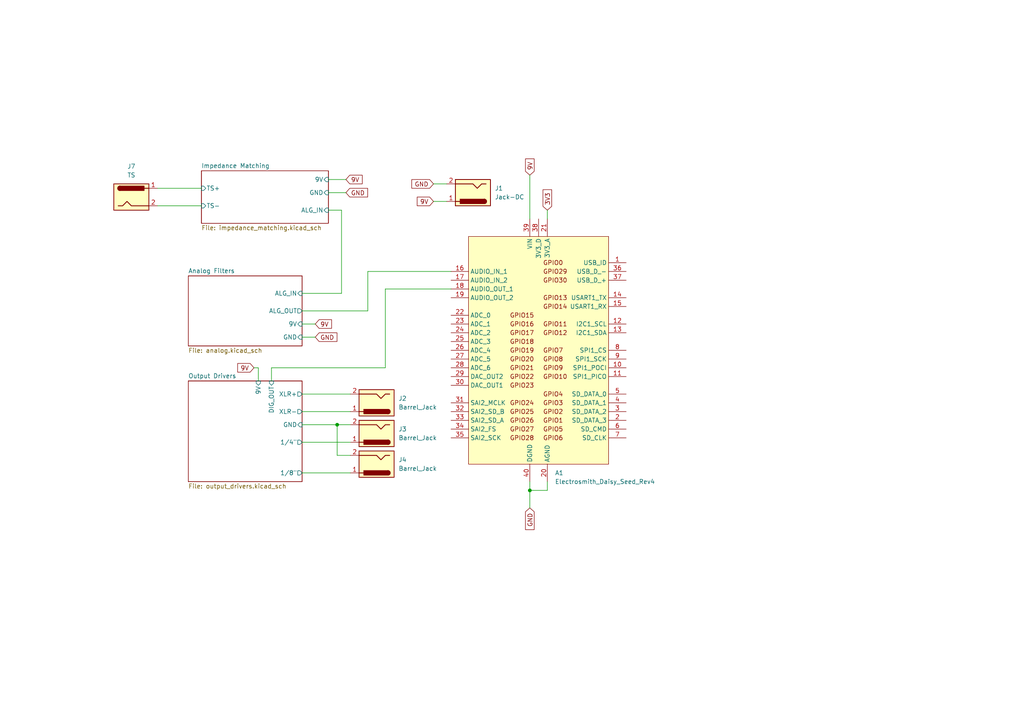
<source format=kicad_sch>
(kicad_sch (version 20250114) (generator "eeschema") (generator_version "9.0")
  (paper "A4")
  (lib_symbols
    (symbol "Connector:Barrel_Jack" (pin_names (offset 1.016))
      (property "Reference" "J" (at 0 5.334 0))
      (property "Value" "Barrel_Jack" (at 0 -5.08 0))
      (symbol "Barrel_Jack_0_1"
        (rectangle (start -5.08 3.81) (end 5.08 -3.81) (stroke (width 0.254)) (fill (type background)))
        (polyline (pts (xy -3.81 -2.54) (xy -2.54 -2.54) (xy -1.27 -1.27) (xy 0 -2.54) (xy 2.54 -2.54) (xy 5.08 -2.54)) (stroke (width 0.254)))
        (arc (start -3.302 1.905) (mid -3.9343 2.54) (end -3.302 3.175) (stroke (width 0.254)))
        (arc (start -3.302 1.905) (mid -3.9343 2.54) (end -3.302 3.175) (stroke (width 0.254)) (fill (type outline)))
        (rectangle (start 3.683 3.175) (end -3.302 1.905) (stroke (width 0.254)) (fill (type outline)))
        (polyline (pts (xy 5.08 2.54) (xy 3.81 2.54)) (stroke (width 0.254)))
      )
      (symbol "Barrel_Jack_1_1"
        (pin passive line (at 7.62 2.54 180) (length 2.54) (name "~") (number "1"))
        (pin passive line (at 7.62 -2.54 180) (length 2.54) (name "~") (number "2"))
      )
    )
    (symbol "Connector:Jack-DC" (pin_names (offset 1.016))
      (property "Reference" "J" (at 0 5.334 0))
      (property "Value" "Jack-DC" (at 0 -5.08 0))
      (symbol "Jack-DC_0_1"
        (rectangle (start -5.08 3.81) (end 5.08 -3.81) (stroke (width 0.254)) (fill (type background)))
        (polyline (pts (xy -3.81 -2.54) (xy -2.54 -2.54) (xy -1.27 -1.27) (xy 0 -2.54) (xy 2.54 -2.54) (xy 5.08 -2.54)) (stroke (width 0.254)))
        (arc (start -3.302 1.905) (mid -3.9343 2.54) (end -3.302 3.175) (stroke (width 0.254)))
        (arc (start -3.302 1.905) (mid -3.9343 2.54) (end -3.302 3.175) (stroke (width 0.254)) (fill (type outline)))
        (rectangle (start 3.683 3.175) (end -3.302 1.905) (stroke (width 0.254)) (fill (type outline)))
        (polyline (pts (xy 5.08 2.54) (xy 3.81 2.54)) (stroke (width 0.254)))
      )
      (symbol "Jack-DC_1_1"
        (pin passive line (at 7.62 2.54 180) (length 2.54) (name "~") (number "1"))
        (pin passive line (at 7.62 -2.54 180) (length 2.54) (name "~") (number "2"))
      )
    )
    (symbol "MCU_Module:Electrosmith_Daisy_Seed_Rev4"
      (property "Reference" "A" (at -20.32 34.29 0))
      (property "Value" "Electrosmith_Daisy_Seed_Rev4" (at 33.02 34.29 0))
      (symbol "Electrosmith_Daisy_Seed_Rev4_0_0"
        (text "GPIO15" (at -1.27 10.16 0) (effects (font (size 1.27 1.27)) (justify right)))
        (text "GPIO16" (at -1.27 7.62 0) (effects (font (size 1.27 1.27)) (justify right)))
        (text "GPIO17" (at -1.27 5.08 0) (effects (font (size 1.27 1.27)) (justify right)))
        (text "GPIO18" (at -1.27 2.54 0) (effects (font (size 1.27 1.27)) (justify right)))
        (text "GPIO19" (at -1.27 0 0) (effects (font (size 1.27 1.27)) (justify right)))
        (text "GPIO20" (at -1.27 -2.54 0) (effects (font (size 1.27 1.27)) (justify right)))
        (text "GPIO21" (at -1.27 -5.08 0) (effects (font (size 1.27 1.27)) (justify right)))
        (text "GPIO22" (at -1.27 -7.62 0) (effects (font (size 1.27 1.27)) (justify right)))
        (text "GPIO23" (at -1.27 -10.16 0) (effects (font (size 1.27 1.27)) (justify right)))
        (text "GPIO24" (at -1.27 -15.24 0) (effects (font (size 1.27 1.27)) (justify right)))
        (text "GPIO25" (at -1.27 -17.78 0) (effects (font (size 1.27 1.27)) (justify right)))
        (text "GPIO26" (at -1.27 -20.32 0) (effects (font (size 1.27 1.27)) (justify right)))
        (text "GPIO27" (at -1.27 -22.86 0) (effects (font (size 1.27 1.27)) (justify right)))
        (text "GPIO28" (at -1.27 -25.4 0) (effects (font (size 1.27 1.27)) (justify right)))
        (text "GPIO0" (at 1.27 25.4 0) (effects (font (size 1.27 1.27)) (justify left)))
        (text "GPIO29" (at 1.27 22.86 0) (effects (font (size 1.27 1.27)) (justify left)))
        (text "GPIO30" (at 1.27 20.32 0) (effects (font (size 1.27 1.27)) (justify left)))
        (text "GPIO13" (at 1.27 15.24 0) (effects (font (size 1.27 1.27)) (justify left)))
        (text "GPIO14" (at 1.27 12.7 0) (effects (font (size 1.27 1.27)) (justify left)))
        (text "GPIO11" (at 1.27 7.62 0) (effects (font (size 1.27 1.27)) (justify left)))
        (text "GPIO12" (at 1.27 5.08 0) (effects (font (size 1.27 1.27)) (justify left)))
        (text "GPIO7" (at 1.27 0 0) (effects (font (size 1.27 1.27)) (justify left)))
        (text "GPIO8" (at 1.27 -2.54 0) (effects (font (size 1.27 1.27)) (justify left)))
        (text "GPIO9" (at 1.27 -5.08 0) (effects (font (size 1.27 1.27)) (justify left)))
        (text "GPIO10" (at 1.27 -7.62 0) (effects (font (size 1.27 1.27)) (justify left)))
        (text "GPIO4" (at 1.27 -12.7 0) (effects (font (size 1.27 1.27)) (justify left)))
        (text "GPIO3" (at 1.27 -15.24 0) (effects (font (size 1.27 1.27)) (justify left)))
        (text "GPIO2" (at 1.27 -17.78 0) (effects (font (size 1.27 1.27)) (justify left)))
        (text "GPIO1" (at 1.27 -20.32 0) (effects (font (size 1.27 1.27)) (justify left)))
        (text "GPIO5" (at 1.27 -22.86 0) (effects (font (size 1.27 1.27)) (justify left)))
        (text "GPIO6" (at 1.27 -25.4 0) (effects (font (size 1.27 1.27)) (justify left)))
        (pin input line (at -25.4 22.86 0) (length 5.08) (name "AUDIO_IN_1") (number "16"))
        (pin input line (at -25.4 20.32 0) (length 5.08) (name "AUDIO_IN_2") (number "17"))
        (pin output line (at -25.4 17.78 0) (length 5.08) (name "AUDIO_OUT_1") (number "18"))
        (pin output line (at -25.4 15.24 0) (length 5.08) (name "AUDIO_OUT_2") (number "19"))
        (pin bidirectional line (at -25.4 10.16 0) (length 5.08) (name "ADC_0") (number "22"))
        (pin bidirectional line (at -25.4 7.62 0) (length 5.08) (name "ADC_1") (number "23"))
        (pin bidirectional line (at -25.4 5.08 0) (length 5.08) (name "ADC_2") (number "24"))
        (pin bidirectional line (at -25.4 2.54 0) (length 5.08) (name "ADC_3") (number "25"))
        (pin bidirectional line (at -25.4 0 0) (length 5.08) (name "ADC_4") (number "26"))
        (pin bidirectional line (at -25.4 -2.54 0) (length 5.08) (name "ADC_5") (number "27"))
        (pin bidirectional line (at -25.4 -5.08 0) (length 5.08) (name "ADC_6") (number "28"))
        (pin bidirectional line (at -25.4 -7.62 0) (length 5.08) (name "DAC_OUT2") (number "29"))
        (pin bidirectional line (at -25.4 -10.16 0) (length 5.08) (name "DAC_OUT1") (number "30"))
        (pin bidirectional line (at -25.4 -15.24 0) (length 5.08) (name "SAI2_MCLK") (number "31"))
        (pin bidirectional line (at -25.4 -17.78 0) (length 5.08) (name "SAI2_SD_B") (number "32"))
        (pin bidirectional line (at -25.4 -20.32 0) (length 5.08) (name "SAI2_SD_A") (number "33"))
        (pin bidirectional line (at -25.4 -22.86 0) (length 5.08) (name "SAI2_FS") (number "34"))
        (pin bidirectional line (at -25.4 -25.4 0) (length 5.08) (name "SAI2_SCK") (number "35"))
        (pin power_in line (at -2.54 38.1 270) (length 5.08) (name "VIN") (number "39"))
        (pin power_in line (at -2.54 -38.1 90) (length 5.08) (name "DGND") (number "40"))
        (pin power_out line (at 0 38.1 270) (length 5.08) (name "3V3_D") (number "38"))
        (pin power_out line (at 2.54 38.1 270) (length 5.08) (name "3V3_A") (number "21"))
        (pin power_in line (at 2.54 -38.1 90) (length 5.08) (name "AGND") (number "20"))
        (pin bidirectional line (at 25.4 25.4 180) (length 5.08) (name "USB_ID") (number "1"))
        (pin bidirectional line (at 25.4 22.86 180) (length 5.08) (name "USB_D_-") (number "36"))
        (pin bidirectional line (at 25.4 20.32 180) (length 5.08) (name "USB_D_+") (number "37"))
        (pin bidirectional line (at 25.4 15.24 180) (length 5.08) (name "USART1_TX") (number "14"))
        (pin bidirectional line (at 25.4 12.7 180) (length 5.08) (name "USART1_RX") (number "15"))
        (pin bidirectional line (at 25.4 7.62 180) (length 5.08) (name "I2C1_SCL") (number "12"))
        (pin bidirectional line (at 25.4 5.08 180) (length 5.08) (name "I2C1_SDA") (number "13"))
        (pin bidirectional line (at 25.4 0 180) (length 5.08) (name "SPI1_CS") (number "8"))
        (pin bidirectional line (at 25.4 -2.54 180) (length 5.08) (name "SPI1_SCK") (number "9"))
        (pin bidirectional line (at 25.4 -5.08 180) (length 5.08) (name "SPI1_POCI") (number "10"))
        (pin bidirectional line (at 25.4 -7.62 180) (length 5.08) (name "SPI1_PICO") (number "11"))
        (pin bidirectional line (at 25.4 -12.7 180) (length 5.08) (name "SD_DATA_0") (number "5"))
        (pin bidirectional line (at 25.4 -15.24 180) (length 5.08) (name "SD_DATA_1") (number "4"))
        (pin bidirectional line (at 25.4 -17.78 180) (length 5.08) (name "SD_DATA_2") (number "3"))
        (pin bidirectional line (at 25.4 -20.32 180) (length 5.08) (name "SD_DATA_3") (number "2"))
        (pin bidirectional line (at 25.4 -22.86 180) (length 5.08) (name "SD_CMD") (number "6"))
        (pin bidirectional line (at 25.4 -25.4 180) (length 5.08) (name "SD_CLK") (number "7"))
      )
      (symbol "Electrosmith_Daisy_Seed_Rev4_0_1"
        (rectangle (start -20.32 33.02) (end 20.32 -33.02) (fill (type background)))
      )
    )
  )
  (junction (at 153.67 142.24))
  (junction (at 97.79 123.19))
  (wire (pts (xy 101.6 132.08) (xy 97.79 132.08)))
  (wire (pts (xy 99.06 60.96) (xy 95.25 60.96)))
  (wire (pts (xy 158.75 142.24) (xy 153.67 142.24)))
  (wire (pts (xy 87.63 90.17) (xy 106.68 90.17)))
  (wire (pts (xy 74.93 106.68) (xy 74.93 110.49)))
  (wire (pts (xy 78.74 106.68) (xy 78.74 110.49)))
  (wire (pts (xy 87.63 128.27) (xy 101.6 128.27)))
  (wire (pts (xy 87.63 123.19) (xy 97.79 123.19)))
  (wire (pts (xy 87.63 114.3) (xy 101.6 114.3)))
  (wire (pts (xy 87.63 119.38) (xy 101.6 119.38)))
  (wire (pts (xy 87.63 97.79) (xy 91.44 97.79)))
  (wire (pts (xy 95.25 55.88) (xy 100.33 55.88)))
  (wire (pts (xy 45.72 54.61) (xy 58.42 54.61)))
  (wire (pts (xy 95.25 52.07) (xy 100.33 52.07)))
  (wire (pts (xy 153.67 142.24) (xy 153.67 147.32)))
  (wire (pts (xy 97.79 132.08) (xy 97.79 123.19)))
  (wire (pts (xy 111.76 83.82) (xy 111.76 106.68)))
  (wire (pts (xy 106.68 90.17) (xy 106.68 78.74)))
  (wire (pts (xy 101.6 123.19) (xy 97.79 123.19)))
  (wire (pts (xy 158.75 60.96) (xy 158.75 63.5)))
  (wire (pts (xy 125.73 58.42) (xy 129.54 58.42)))
  (wire (pts (xy 130.81 83.82) (xy 111.76 83.82)))
  (wire (pts (xy 111.76 106.68) (xy 78.74 106.68)))
  (wire (pts (xy 153.67 50.8) (xy 153.67 63.5)))
  (wire (pts (xy 99.06 85.09) (xy 99.06 60.96)))
  (wire (pts (xy 87.63 137.16) (xy 101.6 137.16)))
  (wire (pts (xy 87.63 85.09) (xy 99.06 85.09)))
  (wire (pts (xy 106.68 78.74) (xy 130.81 78.74)))
  (wire (pts (xy 73.66 106.68) (xy 74.93 106.68)))
  (wire (pts (xy 45.72 59.69) (xy 58.42 59.69)))
  (wire (pts (xy 153.67 139.7) (xy 153.67 142.24)))
  (wire (pts (xy 87.63 93.98) (xy 91.44 93.98)))
  (wire (pts (xy 125.73 53.34) (xy 129.54 53.34)))
  (wire (pts (xy 158.75 139.7) (xy 158.75 142.24)))
  (global_label "9V" (shape input) (at 153.67 50.8 90) (property "Intersheetrefs" "${INTERSHEET_REFS}" (effects (hide yes))))
  (global_label "9V" (shape input) (at 73.66 106.68 180) (property "Intersheetrefs" "${INTERSHEET_REFS}" (effects (hide yes))))
  (global_label "9V" (shape input) (at 100.33 52.07 0) (property "Intersheetrefs" "${INTERSHEET_REFS}" (effects (hide yes))))
  (global_label "9V" (shape input) (at 125.73 58.42 180) (property "Intersheetrefs" "${INTERSHEET_REFS}" (effects (hide yes))))
  (global_label "9V" (shape input) (at 91.44 93.98 0) (property "Intersheetrefs" "${INTERSHEET_REFS}" (effects (hide yes))))
  (global_label "GND" (shape input) (at 100.33 55.88 0) (property "Intersheetrefs" "${INTERSHEET_REFS}" (effects (hide yes))))
  (global_label "3V3" (shape input) (at 158.75 60.96 90) (property "Intersheetrefs" "${INTERSHEET_REFS}" (effects (hide yes))))
  (global_label "GND" (shape input) (at 91.44 97.79 0) (property "Intersheetrefs" "${INTERSHEET_REFS}" (effects (hide yes))))
  (global_label "GND" (shape input) (at 153.67 147.32 270) (property "Intersheetrefs" "${INTERSHEET_REFS}" (effects (hide yes))))
  (global_label "GND" (shape input) (at 125.73 53.34 180) (property "Intersheetrefs" "${INTERSHEET_REFS}" (effects (hide yes))))
  (symbol (lib_id "Connector:Jack-DC") (at 38.1 57.15 0) (unit 1)
    (property "Reference" "J7" (at 38.1 48.26 0))
    (property "Value" "TS" (at 38.1 50.8 0))
    (property "Description" "DC Barrel Jack" (effects (hide yes)))
  )
  (symbol (lib_id "Connector:Jack-DC") (at 137.16 55.88 180) (unit 1)
    (property "Reference" "J1" (at 143.51 54.6099 0) (effects (justify right)))
    (property "Value" "Jack-DC" (at 143.51 57.1499 0) (effects (justify right)))
    (property "Description" "DC Barrel Jack" (effects (hide yes)))
  )
  (symbol (lib_id "Connector:Barrel_Jack") (at 109.22 125.73 180) (unit 1)
    (property "Reference" "J3" (at 115.57 124.4599 0) (effects (justify right)))
    (property "Value" "Barrel_Jack" (at 115.57 126.9999 0) (effects (justify right)))
    (property "Description" "DC Barrel Jack" (effects (hide yes)))
  )
  (symbol (lib_id "Connector:Barrel_Jack") (at 109.22 116.84 180) (unit 1)
    (property "Reference" "J2" (at 115.57 115.5699 0) (effects (justify right)))
    (property "Value" "Barrel_Jack" (at 115.57 118.1099 0) (effects (justify right)))
    (property "Description" "DC Barrel Jack" (effects (hide yes)))
  )
  (symbol (lib_id "Connector:Barrel_Jack") (at 109.22 134.62 180) (unit 1)
    (property "Reference" "J4" (at 115.57 133.3499 0) (effects (justify right)))
    (property "Value" "Barrel_Jack" (at 115.57 135.8899 0) (effects (justify right)))
    (property "Description" "DC Barrel Jack" (effects (hide yes)))
  )
  (symbol (lib_id "MCU_Module:Electrosmith_Daisy_Seed_Rev4") (at 156.21 101.6 0) (unit 1)
    (property "Reference" "A1" (at 160.9441 137.16 0) (effects (justify left)))
    (property "Value" "Electrosmith_Daisy_Seed_Rev4" (at 160.9441 139.7 0) (effects (justify left)))
    (property "Footprint" "Module:Electrosmith_Daisy_Seed" (effects (hide yes)))
    (property "Datasheet" "https://static1.squarespace.com/static/58d03fdc1b10e3bf442567b8/t/6227e6236f02fb68d1577146/1646781988478/Daisy_Seed_datasheet_v1.0.3.pdf" (effects (hide yes)))
    (property "Description" "Daisy is an embedded platform for music." (effects (hide yes)))
  )
  (sheet (at 54.61 80.01) (size 33.02 20.32) (stroke (width 0.1524))
    (property "Sheetname" "Analog Filters" (at 54.61 79.2984 0) (effects (justify left bottom)))
    (property "Sheetfile" "analog.kicad_sch" (at 54.61 100.9146 0) (effects (justify left top)))
    (pin "GND" input (at 87.63 97.79 0))
    (pin "ALG_OUT" output (at 87.63 90.17 0))
    (pin "9V" input (at 87.63 93.98 0))
    (pin "ALG_IN" input (at 87.63 85.09 0))
  )
  (sheet (at 54.61 110.49) (size 33.02 29.21) (stroke (width 0.1524))
    (property "Sheetname" "Output Drivers" (at 54.61 109.7784 0) (effects (justify left bottom)))
    (property "Sheetfile" "output_drivers.kicad_sch" (at 54.61 140.2846 0) (effects (justify left top)))
    (pin "9V" input (at 74.93 110.49 90))
    (pin "GND" input (at 87.63 123.19 0))
    (pin "1{slash}4\"" output (at 87.63 128.27 0))
    (pin "1{slash}8\"" output (at 87.63 137.16 0))
    (pin "DIG_OUT" input (at 78.74 110.49 90))
    (pin "XLR+" output (at 87.63 114.3 0))
    (pin "XLR-" output (at 87.63 119.38 0))
  )
  (sheet (at 58.42 49.53) (size 36.83 15.24) (stroke (width 0.1524))
    (property "Sheetname" "Impedance Matching" (at 58.42 48.8184 0) (effects (justify left bottom)))
    (property "Sheetfile" "impedance_matching.kicad_sch" (at 58.42 65.3546 0) (effects (justify left top)))
    (pin "TS-" input (at 58.42 59.69 180))
    (pin "TS+" input (at 58.42 54.61 180))
    (pin "GND" input (at 95.25 55.88 0))
    (pin "ALG_IN" input (at 95.25 60.96 0))
    (pin "9V" input (at 95.25 52.07 0))
  )
)
</source>
